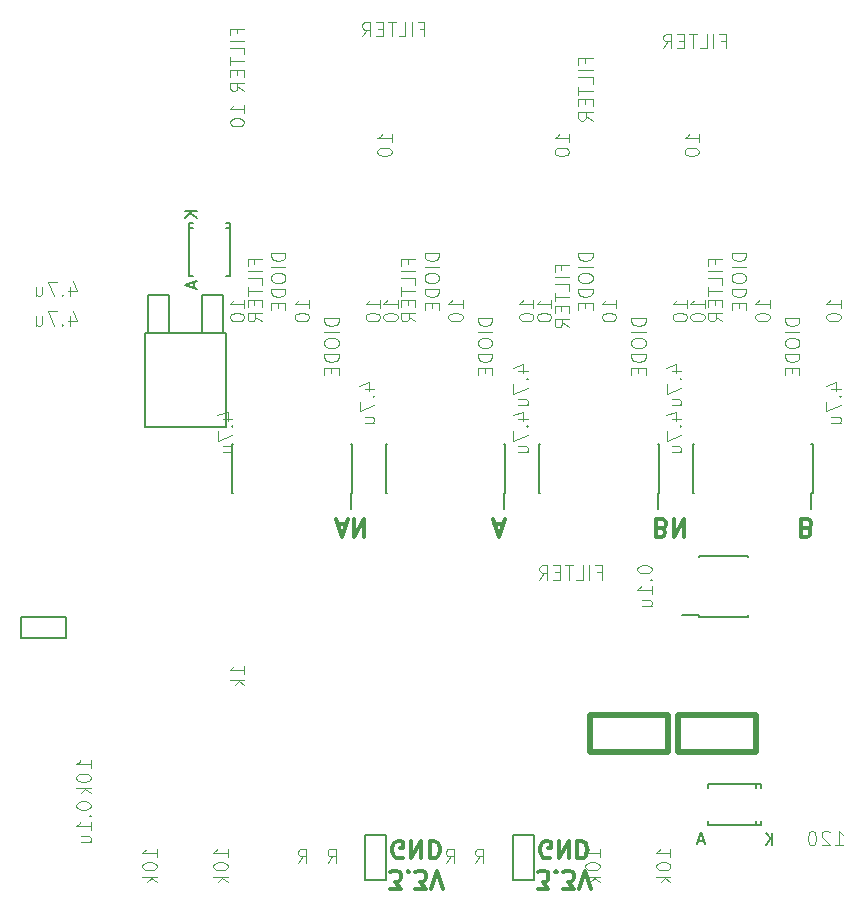
<source format=gbr>
G04 #@! TF.FileFunction,Legend,Bot*
%FSLAX46Y46*%
G04 Gerber Fmt 4.6, Leading zero omitted, Abs format (unit mm)*
G04 Created by KiCad (PCBNEW 4.0.5) date 01/02/17 19:42:22*
%MOMM*%
%LPD*%
G01*
G04 APERTURE LIST*
%ADD10C,0.100000*%
%ADD11C,0.300000*%
%ADD12C,0.150000*%
%ADD13C,0.500000*%
%ADD14C,0.101600*%
G04 APERTURE END LIST*
D10*
D11*
X28357143Y-58750000D02*
X29071429Y-58750000D01*
X28214286Y-58321429D02*
X28714286Y-59821429D01*
X29214286Y-58321429D01*
X29714286Y-58321429D02*
X29714286Y-59821429D01*
X30571429Y-58321429D01*
X30571429Y-59821429D01*
X45285715Y-89596429D02*
X46214286Y-89596429D01*
X45714286Y-89025000D01*
X45928572Y-89025000D01*
X46071429Y-88953571D01*
X46142858Y-88882143D01*
X46214286Y-88739286D01*
X46214286Y-88382143D01*
X46142858Y-88239286D01*
X46071429Y-88167857D01*
X45928572Y-88096429D01*
X45500000Y-88096429D01*
X45357143Y-88167857D01*
X45285715Y-88239286D01*
X46857143Y-88239286D02*
X46928571Y-88167857D01*
X46857143Y-88096429D01*
X46785714Y-88167857D01*
X46857143Y-88239286D01*
X46857143Y-88096429D01*
X47428572Y-89596429D02*
X48357143Y-89596429D01*
X47857143Y-89025000D01*
X48071429Y-89025000D01*
X48214286Y-88953571D01*
X48285715Y-88882143D01*
X48357143Y-88739286D01*
X48357143Y-88382143D01*
X48285715Y-88239286D01*
X48214286Y-88167857D01*
X48071429Y-88096429D01*
X47642857Y-88096429D01*
X47500000Y-88167857D01*
X47428572Y-88239286D01*
X48785714Y-89596429D02*
X49285714Y-88096429D01*
X49785714Y-89596429D01*
X46357143Y-86975000D02*
X46214286Y-87046429D01*
X46000000Y-87046429D01*
X45785715Y-86975000D01*
X45642857Y-86832143D01*
X45571429Y-86689286D01*
X45500000Y-86403571D01*
X45500000Y-86189286D01*
X45571429Y-85903571D01*
X45642857Y-85760714D01*
X45785715Y-85617857D01*
X46000000Y-85546429D01*
X46142857Y-85546429D01*
X46357143Y-85617857D01*
X46428572Y-85689286D01*
X46428572Y-86189286D01*
X46142857Y-86189286D01*
X47071429Y-85546429D02*
X47071429Y-87046429D01*
X47928572Y-85546429D01*
X47928572Y-87046429D01*
X48642858Y-85546429D02*
X48642858Y-87046429D01*
X49000001Y-87046429D01*
X49214286Y-86975000D01*
X49357144Y-86832143D01*
X49428572Y-86689286D01*
X49500001Y-86403571D01*
X49500001Y-86189286D01*
X49428572Y-85903571D01*
X49357144Y-85760714D01*
X49214286Y-85617857D01*
X49000001Y-85546429D01*
X48642858Y-85546429D01*
X32785715Y-89596429D02*
X33714286Y-89596429D01*
X33214286Y-89025000D01*
X33428572Y-89025000D01*
X33571429Y-88953571D01*
X33642858Y-88882143D01*
X33714286Y-88739286D01*
X33714286Y-88382143D01*
X33642858Y-88239286D01*
X33571429Y-88167857D01*
X33428572Y-88096429D01*
X33000000Y-88096429D01*
X32857143Y-88167857D01*
X32785715Y-88239286D01*
X34357143Y-88239286D02*
X34428571Y-88167857D01*
X34357143Y-88096429D01*
X34285714Y-88167857D01*
X34357143Y-88239286D01*
X34357143Y-88096429D01*
X34928572Y-89596429D02*
X35857143Y-89596429D01*
X35357143Y-89025000D01*
X35571429Y-89025000D01*
X35714286Y-88953571D01*
X35785715Y-88882143D01*
X35857143Y-88739286D01*
X35857143Y-88382143D01*
X35785715Y-88239286D01*
X35714286Y-88167857D01*
X35571429Y-88096429D01*
X35142857Y-88096429D01*
X35000000Y-88167857D01*
X34928572Y-88239286D01*
X36285714Y-89596429D02*
X36785714Y-88096429D01*
X37285714Y-89596429D01*
X33857143Y-86975000D02*
X33714286Y-87046429D01*
X33500000Y-87046429D01*
X33285715Y-86975000D01*
X33142857Y-86832143D01*
X33071429Y-86689286D01*
X33000000Y-86403571D01*
X33000000Y-86189286D01*
X33071429Y-85903571D01*
X33142857Y-85760714D01*
X33285715Y-85617857D01*
X33500000Y-85546429D01*
X33642857Y-85546429D01*
X33857143Y-85617857D01*
X33928572Y-85689286D01*
X33928572Y-86189286D01*
X33642857Y-86189286D01*
X34571429Y-85546429D02*
X34571429Y-87046429D01*
X35428572Y-85546429D01*
X35428572Y-87046429D01*
X36142858Y-85546429D02*
X36142858Y-87046429D01*
X36500001Y-87046429D01*
X36714286Y-86975000D01*
X36857144Y-86832143D01*
X36928572Y-86689286D01*
X37000001Y-86403571D01*
X37000001Y-86189286D01*
X36928572Y-85903571D01*
X36857144Y-85760714D01*
X36714286Y-85617857D01*
X36500001Y-85546429D01*
X36142858Y-85546429D01*
X68107143Y-59107143D02*
X68321429Y-59035714D01*
X68392857Y-58964286D01*
X68464286Y-58821429D01*
X68464286Y-58607143D01*
X68392857Y-58464286D01*
X68321429Y-58392857D01*
X68178571Y-58321429D01*
X67607143Y-58321429D01*
X67607143Y-59821429D01*
X68107143Y-59821429D01*
X68250000Y-59750000D01*
X68321429Y-59678571D01*
X68392857Y-59535714D01*
X68392857Y-59392857D01*
X68321429Y-59250000D01*
X68250000Y-59178571D01*
X68107143Y-59107143D01*
X67607143Y-59107143D01*
X55821429Y-59107143D02*
X56035715Y-59035714D01*
X56107143Y-58964286D01*
X56178572Y-58821429D01*
X56178572Y-58607143D01*
X56107143Y-58464286D01*
X56035715Y-58392857D01*
X55892857Y-58321429D01*
X55321429Y-58321429D01*
X55321429Y-59821429D01*
X55821429Y-59821429D01*
X55964286Y-59750000D01*
X56035715Y-59678571D01*
X56107143Y-59535714D01*
X56107143Y-59392857D01*
X56035715Y-59250000D01*
X55964286Y-59178571D01*
X55821429Y-59107143D01*
X55321429Y-59107143D01*
X56821429Y-58321429D02*
X56821429Y-59821429D01*
X57678572Y-58321429D01*
X57678572Y-59821429D01*
X41642857Y-58750000D02*
X42357143Y-58750000D01*
X41500000Y-58321429D02*
X42000000Y-59821429D01*
X42500000Y-58321429D01*
D12*
X58925000Y-66575000D02*
X58925000Y-66430000D01*
X63075000Y-66575000D02*
X63075000Y-66430000D01*
X63075000Y-61425000D02*
X63075000Y-61570000D01*
X58925000Y-61425000D02*
X58925000Y-61570000D01*
X58925000Y-66575000D02*
X63075000Y-66575000D01*
X58925000Y-61425000D02*
X63075000Y-61425000D01*
X58925000Y-66430000D02*
X57525000Y-66430000D01*
X42575000Y-56075000D02*
X42470000Y-56075000D01*
X42575000Y-51925000D02*
X42470000Y-51925000D01*
X32425000Y-51925000D02*
X32530000Y-51925000D01*
X32425000Y-56075000D02*
X32530000Y-56075000D01*
X42575000Y-56075000D02*
X42575000Y-51925000D01*
X32425000Y-56075000D02*
X32425000Y-51925000D01*
X42470000Y-56075000D02*
X42470000Y-57450000D01*
X16897000Y-42524000D02*
X16897000Y-39349000D01*
X16897000Y-39349000D02*
X18675000Y-39349000D01*
X18675000Y-39349000D02*
X18675000Y-42524000D01*
X12325000Y-42524000D02*
X12325000Y-39349000D01*
X12325000Y-39349000D02*
X14103000Y-39349000D01*
X14103000Y-39349000D02*
X14103000Y-42524000D01*
X18929000Y-48620000D02*
X18929000Y-42524000D01*
X18929000Y-42524000D02*
X12071000Y-42524000D01*
X12071000Y-42524000D02*
X12071000Y-50398000D01*
X12071000Y-50525000D02*
X18929000Y-50525000D01*
X18929000Y-50398000D02*
X18929000Y-48620000D01*
X29575000Y-56075000D02*
X29470000Y-56075000D01*
X29575000Y-51925000D02*
X29470000Y-51925000D01*
X19425000Y-51925000D02*
X19530000Y-51925000D01*
X19425000Y-56075000D02*
X19530000Y-56075000D01*
X29575000Y-56075000D02*
X29575000Y-51925000D01*
X19425000Y-56075000D02*
X19425000Y-51925000D01*
X29470000Y-56075000D02*
X29470000Y-57450000D01*
X68575000Y-56075000D02*
X68470000Y-56075000D01*
X68575000Y-51925000D02*
X68470000Y-51925000D01*
X58425000Y-51925000D02*
X58530000Y-51925000D01*
X58425000Y-56075000D02*
X58530000Y-56075000D01*
X68575000Y-56075000D02*
X68575000Y-51925000D01*
X58425000Y-56075000D02*
X58425000Y-51925000D01*
X68470000Y-56075000D02*
X68470000Y-57450000D01*
X55575000Y-56075000D02*
X55470000Y-56075000D01*
X55575000Y-51925000D02*
X55470000Y-51925000D01*
X45425000Y-51925000D02*
X45530000Y-51925000D01*
X45425000Y-56075000D02*
X45530000Y-56075000D01*
X55575000Y-56075000D02*
X55575000Y-51925000D01*
X45425000Y-56075000D02*
X45425000Y-51925000D01*
X55470000Y-56075000D02*
X55470000Y-57450000D01*
X63799140Y-84250060D02*
X63799140Y-83899540D01*
X63799140Y-80749940D02*
X63799140Y-81100460D01*
X59749560Y-84250060D02*
X59749560Y-83899540D01*
X64250440Y-84250060D02*
X64250440Y-83899540D01*
X64250440Y-80749940D02*
X64250440Y-81100460D01*
X59749560Y-80749940D02*
X59749560Y-81100460D01*
X64250440Y-84250060D02*
X59749560Y-84250060D01*
X64250440Y-80749940D02*
X59749560Y-80749940D01*
X1595000Y-66611000D02*
X5405000Y-66611000D01*
X5405000Y-66611000D02*
X5405000Y-68389000D01*
X5405000Y-68389000D02*
X1595000Y-68389000D01*
X1595000Y-66611000D02*
X1595000Y-68389000D01*
X19250060Y-33700860D02*
X18899540Y-33700860D01*
X15749940Y-33700860D02*
X16100460Y-33700860D01*
X19250060Y-37750440D02*
X18899540Y-37750440D01*
X19250060Y-33249560D02*
X18899540Y-33249560D01*
X15749940Y-33249560D02*
X16100460Y-33249560D01*
X15749940Y-37750440D02*
X16100460Y-37750440D01*
X19250060Y-33249560D02*
X19250060Y-37750440D01*
X15749940Y-33249560D02*
X15749940Y-37750440D01*
D13*
X63800000Y-78000000D02*
X63800000Y-74900000D01*
X57200000Y-78000000D02*
X57200000Y-74900000D01*
X57200000Y-74900000D02*
X63800000Y-74900000D01*
X57200000Y-78000000D02*
X63800000Y-78000000D01*
X56300000Y-78000000D02*
X56300000Y-74900000D01*
X49700000Y-78000000D02*
X49700000Y-74900000D01*
X49700000Y-74900000D02*
X56300000Y-74900000D01*
X49700000Y-78000000D02*
X56300000Y-78000000D01*
D12*
X32489000Y-85095000D02*
X32489000Y-88905000D01*
X32489000Y-88905000D02*
X30711000Y-88905000D01*
X30711000Y-88905000D02*
X30711000Y-85095000D01*
X32489000Y-85095000D02*
X30711000Y-85095000D01*
X44989000Y-85095000D02*
X44989000Y-88905000D01*
X44989000Y-88905000D02*
X43211000Y-88905000D01*
X43211000Y-88905000D02*
X43211000Y-85095000D01*
X44989000Y-85095000D02*
X43211000Y-85095000D01*
D14*
X43638214Y-45804333D02*
X44442548Y-45804333D01*
X43178595Y-45517071D02*
X44040381Y-45229810D01*
X44040381Y-45976690D01*
X44327643Y-46436310D02*
X44385095Y-46493762D01*
X44442548Y-46436310D01*
X44385095Y-46378858D01*
X44327643Y-46436310D01*
X44442548Y-46436310D01*
X43236048Y-46895929D02*
X43236048Y-47700262D01*
X44442548Y-47183191D01*
X43638214Y-48676953D02*
X44442548Y-48676953D01*
X43638214Y-48159882D02*
X44270190Y-48159882D01*
X44385095Y-48217334D01*
X44442548Y-48332239D01*
X44442548Y-48504596D01*
X44385095Y-48619501D01*
X44327643Y-48676953D01*
X30638214Y-47304333D02*
X31442548Y-47304333D01*
X30178595Y-47017071D02*
X31040381Y-46729810D01*
X31040381Y-47476690D01*
X31327643Y-47936310D02*
X31385095Y-47993762D01*
X31442548Y-47936310D01*
X31385095Y-47878858D01*
X31327643Y-47936310D01*
X31442548Y-47936310D01*
X30236048Y-48395929D02*
X30236048Y-49200262D01*
X31442548Y-48683191D01*
X30638214Y-50176953D02*
X31442548Y-50176953D01*
X30638214Y-49659882D02*
X31270190Y-49659882D01*
X31385095Y-49717334D01*
X31442548Y-49832239D01*
X31442548Y-50004596D01*
X31385095Y-50119501D01*
X31327643Y-50176953D01*
X30638214Y-47304333D02*
X31442548Y-47304333D01*
X30178595Y-47017071D02*
X31040381Y-46729810D01*
X31040381Y-47476690D01*
X31327643Y-47936310D02*
X31385095Y-47993762D01*
X31442548Y-47936310D01*
X31385095Y-47878858D01*
X31327643Y-47936310D01*
X31442548Y-47936310D01*
X30236048Y-48395929D02*
X30236048Y-49200262D01*
X31442548Y-48683191D01*
X30638214Y-50176953D02*
X31442548Y-50176953D01*
X30638214Y-49659882D02*
X31270190Y-49659882D01*
X31385095Y-49717334D01*
X31442548Y-49832239D01*
X31442548Y-50004596D01*
X31385095Y-50119501D01*
X31327643Y-50176953D01*
X18638214Y-49804333D02*
X19442548Y-49804333D01*
X18178595Y-49517071D02*
X19040381Y-49229810D01*
X19040381Y-49976690D01*
X19327643Y-50436310D02*
X19385095Y-50493762D01*
X19442548Y-50436310D01*
X19385095Y-50378858D01*
X19327643Y-50436310D01*
X19442548Y-50436310D01*
X18236048Y-50895929D02*
X18236048Y-51700262D01*
X19442548Y-51183191D01*
X18638214Y-52676953D02*
X19442548Y-52676953D01*
X18638214Y-52159882D02*
X19270190Y-52159882D01*
X19385095Y-52217334D01*
X19442548Y-52332239D01*
X19442548Y-52504596D01*
X19385095Y-52619501D01*
X19327643Y-52676953D01*
X70138214Y-47304333D02*
X70942548Y-47304333D01*
X69678595Y-47017071D02*
X70540381Y-46729810D01*
X70540381Y-47476690D01*
X70827643Y-47936310D02*
X70885095Y-47993762D01*
X70942548Y-47936310D01*
X70885095Y-47878858D01*
X70827643Y-47936310D01*
X70942548Y-47936310D01*
X69736048Y-48395929D02*
X69736048Y-49200262D01*
X70942548Y-48683191D01*
X70138214Y-50176953D02*
X70942548Y-50176953D01*
X70138214Y-49659882D02*
X70770190Y-49659882D01*
X70885095Y-49717334D01*
X70942548Y-49832239D01*
X70942548Y-50004596D01*
X70885095Y-50119501D01*
X70827643Y-50176953D01*
X56638214Y-49804333D02*
X57442548Y-49804333D01*
X56178595Y-49517071D02*
X57040381Y-49229810D01*
X57040381Y-49976690D01*
X57327643Y-50436310D02*
X57385095Y-50493762D01*
X57442548Y-50436310D01*
X57385095Y-50378858D01*
X57327643Y-50436310D01*
X57442548Y-50436310D01*
X56236048Y-50895929D02*
X56236048Y-51700262D01*
X57442548Y-51183191D01*
X56638214Y-52676953D02*
X57442548Y-52676953D01*
X56638214Y-52159882D02*
X57270190Y-52159882D01*
X57385095Y-52217334D01*
X57442548Y-52332239D01*
X57442548Y-52504596D01*
X57385095Y-52619501D01*
X57327643Y-52676953D01*
X56638214Y-45804333D02*
X57442548Y-45804333D01*
X56178595Y-45517071D02*
X57040381Y-45229810D01*
X57040381Y-45976690D01*
X57327643Y-46436310D02*
X57385095Y-46493762D01*
X57442548Y-46436310D01*
X57385095Y-46378858D01*
X57327643Y-46436310D01*
X57442548Y-46436310D01*
X56236048Y-46895929D02*
X56236048Y-47700262D01*
X57442548Y-47183191D01*
X56638214Y-48676953D02*
X57442548Y-48676953D01*
X56638214Y-48159882D02*
X57270190Y-48159882D01*
X57385095Y-48217334D01*
X57442548Y-48332239D01*
X57442548Y-48504596D01*
X57385095Y-48619501D01*
X57327643Y-48676953D01*
X43638214Y-49804333D02*
X44442548Y-49804333D01*
X43178595Y-49517071D02*
X44040381Y-49229810D01*
X44040381Y-49976690D01*
X44327643Y-50436310D02*
X44385095Y-50493762D01*
X44442548Y-50436310D01*
X44385095Y-50378858D01*
X44327643Y-50436310D01*
X44442548Y-50436310D01*
X43236048Y-50895929D02*
X43236048Y-51700262D01*
X44442548Y-51183191D01*
X43638214Y-52676953D02*
X44442548Y-52676953D01*
X43638214Y-52159882D02*
X44270190Y-52159882D01*
X44385095Y-52217334D01*
X44442548Y-52332239D01*
X44442548Y-52504596D01*
X44385095Y-52619501D01*
X44327643Y-52676953D01*
X41442548Y-41287262D02*
X40236048Y-41287262D01*
X40236048Y-41574524D01*
X40293500Y-41746881D01*
X40408405Y-41861786D01*
X40523310Y-41919238D01*
X40753119Y-41976690D01*
X40925476Y-41976690D01*
X41155286Y-41919238D01*
X41270190Y-41861786D01*
X41385095Y-41746881D01*
X41442548Y-41574524D01*
X41442548Y-41287262D01*
X41442548Y-42493762D02*
X40236048Y-42493762D01*
X40236048Y-43298095D02*
X40236048Y-43527905D01*
X40293500Y-43642810D01*
X40408405Y-43757714D01*
X40638214Y-43815167D01*
X41040381Y-43815167D01*
X41270190Y-43757714D01*
X41385095Y-43642810D01*
X41442548Y-43527905D01*
X41442548Y-43298095D01*
X41385095Y-43183191D01*
X41270190Y-43068286D01*
X41040381Y-43010834D01*
X40638214Y-43010834D01*
X40408405Y-43068286D01*
X40293500Y-43183191D01*
X40236048Y-43298095D01*
X41442548Y-44332238D02*
X40236048Y-44332238D01*
X40236048Y-44619500D01*
X40293500Y-44791857D01*
X40408405Y-44906762D01*
X40523310Y-44964214D01*
X40753119Y-45021666D01*
X40925476Y-45021666D01*
X41155286Y-44964214D01*
X41270190Y-44906762D01*
X41385095Y-44791857D01*
X41442548Y-44619500D01*
X41442548Y-44332238D01*
X40810571Y-45538738D02*
X40810571Y-45940905D01*
X41442548Y-46113262D02*
X41442548Y-45538738D01*
X40236048Y-45538738D01*
X40236048Y-46113262D01*
X28442548Y-41287262D02*
X27236048Y-41287262D01*
X27236048Y-41574524D01*
X27293500Y-41746881D01*
X27408405Y-41861786D01*
X27523310Y-41919238D01*
X27753119Y-41976690D01*
X27925476Y-41976690D01*
X28155286Y-41919238D01*
X28270190Y-41861786D01*
X28385095Y-41746881D01*
X28442548Y-41574524D01*
X28442548Y-41287262D01*
X28442548Y-42493762D02*
X27236048Y-42493762D01*
X27236048Y-43298095D02*
X27236048Y-43527905D01*
X27293500Y-43642810D01*
X27408405Y-43757714D01*
X27638214Y-43815167D01*
X28040381Y-43815167D01*
X28270190Y-43757714D01*
X28385095Y-43642810D01*
X28442548Y-43527905D01*
X28442548Y-43298095D01*
X28385095Y-43183191D01*
X28270190Y-43068286D01*
X28040381Y-43010834D01*
X27638214Y-43010834D01*
X27408405Y-43068286D01*
X27293500Y-43183191D01*
X27236048Y-43298095D01*
X28442548Y-44332238D02*
X27236048Y-44332238D01*
X27236048Y-44619500D01*
X27293500Y-44791857D01*
X27408405Y-44906762D01*
X27523310Y-44964214D01*
X27753119Y-45021666D01*
X27925476Y-45021666D01*
X28155286Y-44964214D01*
X28270190Y-44906762D01*
X28385095Y-44791857D01*
X28442548Y-44619500D01*
X28442548Y-44332238D01*
X27810571Y-45538738D02*
X27810571Y-45940905D01*
X28442548Y-46113262D02*
X28442548Y-45538738D01*
X27236048Y-45538738D01*
X27236048Y-46113262D01*
X67442548Y-41287262D02*
X66236048Y-41287262D01*
X66236048Y-41574524D01*
X66293500Y-41746881D01*
X66408405Y-41861786D01*
X66523310Y-41919238D01*
X66753119Y-41976690D01*
X66925476Y-41976690D01*
X67155286Y-41919238D01*
X67270190Y-41861786D01*
X67385095Y-41746881D01*
X67442548Y-41574524D01*
X67442548Y-41287262D01*
X67442548Y-42493762D02*
X66236048Y-42493762D01*
X66236048Y-43298095D02*
X66236048Y-43527905D01*
X66293500Y-43642810D01*
X66408405Y-43757714D01*
X66638214Y-43815167D01*
X67040381Y-43815167D01*
X67270190Y-43757714D01*
X67385095Y-43642810D01*
X67442548Y-43527905D01*
X67442548Y-43298095D01*
X67385095Y-43183191D01*
X67270190Y-43068286D01*
X67040381Y-43010834D01*
X66638214Y-43010834D01*
X66408405Y-43068286D01*
X66293500Y-43183191D01*
X66236048Y-43298095D01*
X67442548Y-44332238D02*
X66236048Y-44332238D01*
X66236048Y-44619500D01*
X66293500Y-44791857D01*
X66408405Y-44906762D01*
X66523310Y-44964214D01*
X66753119Y-45021666D01*
X66925476Y-45021666D01*
X67155286Y-44964214D01*
X67270190Y-44906762D01*
X67385095Y-44791857D01*
X67442548Y-44619500D01*
X67442548Y-44332238D01*
X66810571Y-45538738D02*
X66810571Y-45940905D01*
X67442548Y-46113262D02*
X67442548Y-45538738D01*
X66236048Y-45538738D01*
X66236048Y-46113262D01*
X54442548Y-41287262D02*
X53236048Y-41287262D01*
X53236048Y-41574524D01*
X53293500Y-41746881D01*
X53408405Y-41861786D01*
X53523310Y-41919238D01*
X53753119Y-41976690D01*
X53925476Y-41976690D01*
X54155286Y-41919238D01*
X54270190Y-41861786D01*
X54385095Y-41746881D01*
X54442548Y-41574524D01*
X54442548Y-41287262D01*
X54442548Y-42493762D02*
X53236048Y-42493762D01*
X53236048Y-43298095D02*
X53236048Y-43527905D01*
X53293500Y-43642810D01*
X53408405Y-43757714D01*
X53638214Y-43815167D01*
X54040381Y-43815167D01*
X54270190Y-43757714D01*
X54385095Y-43642810D01*
X54442548Y-43527905D01*
X54442548Y-43298095D01*
X54385095Y-43183191D01*
X54270190Y-43068286D01*
X54040381Y-43010834D01*
X53638214Y-43010834D01*
X53408405Y-43068286D01*
X53293500Y-43183191D01*
X53236048Y-43298095D01*
X54442548Y-44332238D02*
X53236048Y-44332238D01*
X53236048Y-44619500D01*
X53293500Y-44791857D01*
X53408405Y-44906762D01*
X53523310Y-44964214D01*
X53753119Y-45021666D01*
X53925476Y-45021666D01*
X54155286Y-44964214D01*
X54270190Y-44906762D01*
X54385095Y-44791857D01*
X54442548Y-44619500D01*
X54442548Y-44332238D01*
X53810571Y-45538738D02*
X53810571Y-45940905D01*
X54442548Y-46113262D02*
X54442548Y-45538738D01*
X53236048Y-45538738D01*
X53236048Y-46113262D01*
X6236048Y-82517071D02*
X6236048Y-82631976D01*
X6293500Y-82746881D01*
X6350952Y-82804333D01*
X6465857Y-82861786D01*
X6695667Y-82919238D01*
X6982929Y-82919238D01*
X7212738Y-82861786D01*
X7327643Y-82804333D01*
X7385095Y-82746881D01*
X7442548Y-82631976D01*
X7442548Y-82517071D01*
X7385095Y-82402167D01*
X7327643Y-82344714D01*
X7212738Y-82287262D01*
X6982929Y-82229810D01*
X6695667Y-82229810D01*
X6465857Y-82287262D01*
X6350952Y-82344714D01*
X6293500Y-82402167D01*
X6236048Y-82517071D01*
X7327643Y-83436310D02*
X7385095Y-83493762D01*
X7442548Y-83436310D01*
X7385095Y-83378858D01*
X7327643Y-83436310D01*
X7442548Y-83436310D01*
X7442548Y-84642810D02*
X7442548Y-83953382D01*
X7442548Y-84298096D02*
X6236048Y-84298096D01*
X6408405Y-84183191D01*
X6523310Y-84068286D01*
X6580762Y-83953382D01*
X6638214Y-85676953D02*
X7442548Y-85676953D01*
X6638214Y-85159882D02*
X7270190Y-85159882D01*
X7385095Y-85217334D01*
X7442548Y-85332239D01*
X7442548Y-85504596D01*
X7385095Y-85619501D01*
X7327643Y-85676953D01*
X7442548Y-79419238D02*
X7442548Y-78729810D01*
X7442548Y-79074524D02*
X6236048Y-79074524D01*
X6408405Y-78959619D01*
X6523310Y-78844714D01*
X6580762Y-78729810D01*
X6236048Y-80166119D02*
X6236048Y-80281024D01*
X6293500Y-80395929D01*
X6350952Y-80453381D01*
X6465857Y-80510834D01*
X6695667Y-80568286D01*
X6982929Y-80568286D01*
X7212738Y-80510834D01*
X7327643Y-80453381D01*
X7385095Y-80395929D01*
X7442548Y-80281024D01*
X7442548Y-80166119D01*
X7385095Y-80051215D01*
X7327643Y-79993762D01*
X7212738Y-79936310D01*
X6982929Y-79878858D01*
X6695667Y-79878858D01*
X6465857Y-79936310D01*
X6350952Y-79993762D01*
X6293500Y-80051215D01*
X6236048Y-80166119D01*
X7442548Y-81085358D02*
X6236048Y-81085358D01*
X6982929Y-81200263D02*
X7442548Y-81544977D01*
X6638214Y-81544977D02*
X7097833Y-81085358D01*
X20442548Y-71419238D02*
X20442548Y-70729810D01*
X20442548Y-71074524D02*
X19236048Y-71074524D01*
X19408405Y-70959619D01*
X19523310Y-70844714D01*
X19580762Y-70729810D01*
X20442548Y-71936310D02*
X19236048Y-71936310D01*
X19982929Y-72051215D02*
X20442548Y-72395929D01*
X19638214Y-72395929D02*
X20097833Y-71936310D01*
X32942548Y-26419238D02*
X32942548Y-25729810D01*
X32942548Y-26074524D02*
X31736048Y-26074524D01*
X31908405Y-25959619D01*
X32023310Y-25844714D01*
X32080762Y-25729810D01*
X31736048Y-27166119D02*
X31736048Y-27281024D01*
X31793500Y-27395929D01*
X31850952Y-27453381D01*
X31965857Y-27510834D01*
X32195667Y-27568286D01*
X32482929Y-27568286D01*
X32712738Y-27510834D01*
X32827643Y-27453381D01*
X32885095Y-27395929D01*
X32942548Y-27281024D01*
X32942548Y-27166119D01*
X32885095Y-27051215D01*
X32827643Y-26993762D01*
X32712738Y-26936310D01*
X32482929Y-26878858D01*
X32195667Y-26878858D01*
X31965857Y-26936310D01*
X31850952Y-26993762D01*
X31793500Y-27051215D01*
X31736048Y-27166119D01*
X33442548Y-40419238D02*
X33442548Y-39729810D01*
X33442548Y-40074524D02*
X32236048Y-40074524D01*
X32408405Y-39959619D01*
X32523310Y-39844714D01*
X32580762Y-39729810D01*
X32236048Y-41166119D02*
X32236048Y-41281024D01*
X32293500Y-41395929D01*
X32350952Y-41453381D01*
X32465857Y-41510834D01*
X32695667Y-41568286D01*
X32982929Y-41568286D01*
X33212738Y-41510834D01*
X33327643Y-41453381D01*
X33385095Y-41395929D01*
X33442548Y-41281024D01*
X33442548Y-41166119D01*
X33385095Y-41051215D01*
X33327643Y-40993762D01*
X33212738Y-40936310D01*
X32982929Y-40878858D01*
X32695667Y-40878858D01*
X32465857Y-40936310D01*
X32350952Y-40993762D01*
X32293500Y-41051215D01*
X32236048Y-41166119D01*
X20442548Y-23919238D02*
X20442548Y-23229810D01*
X20442548Y-23574524D02*
X19236048Y-23574524D01*
X19408405Y-23459619D01*
X19523310Y-23344714D01*
X19580762Y-23229810D01*
X19236048Y-24666119D02*
X19236048Y-24781024D01*
X19293500Y-24895929D01*
X19350952Y-24953381D01*
X19465857Y-25010834D01*
X19695667Y-25068286D01*
X19982929Y-25068286D01*
X20212738Y-25010834D01*
X20327643Y-24953381D01*
X20385095Y-24895929D01*
X20442548Y-24781024D01*
X20442548Y-24666119D01*
X20385095Y-24551215D01*
X20327643Y-24493762D01*
X20212738Y-24436310D01*
X19982929Y-24378858D01*
X19695667Y-24378858D01*
X19465857Y-24436310D01*
X19350952Y-24493762D01*
X19293500Y-24551215D01*
X19236048Y-24666119D01*
X20442548Y-40419238D02*
X20442548Y-39729810D01*
X20442548Y-40074524D02*
X19236048Y-40074524D01*
X19408405Y-39959619D01*
X19523310Y-39844714D01*
X19580762Y-39729810D01*
X19236048Y-41166119D02*
X19236048Y-41281024D01*
X19293500Y-41395929D01*
X19350952Y-41453381D01*
X19465857Y-41510834D01*
X19695667Y-41568286D01*
X19982929Y-41568286D01*
X20212738Y-41510834D01*
X20327643Y-41453381D01*
X20385095Y-41395929D01*
X20442548Y-41281024D01*
X20442548Y-41166119D01*
X20385095Y-41051215D01*
X20327643Y-40993762D01*
X20212738Y-40936310D01*
X19982929Y-40878858D01*
X19695667Y-40878858D01*
X19465857Y-40936310D01*
X19350952Y-40993762D01*
X19293500Y-41051215D01*
X19236048Y-41166119D01*
X58942548Y-26419238D02*
X58942548Y-25729810D01*
X58942548Y-26074524D02*
X57736048Y-26074524D01*
X57908405Y-25959619D01*
X58023310Y-25844714D01*
X58080762Y-25729810D01*
X57736048Y-27166119D02*
X57736048Y-27281024D01*
X57793500Y-27395929D01*
X57850952Y-27453381D01*
X57965857Y-27510834D01*
X58195667Y-27568286D01*
X58482929Y-27568286D01*
X58712738Y-27510834D01*
X58827643Y-27453381D01*
X58885095Y-27395929D01*
X58942548Y-27281024D01*
X58942548Y-27166119D01*
X58885095Y-27051215D01*
X58827643Y-26993762D01*
X58712738Y-26936310D01*
X58482929Y-26878858D01*
X58195667Y-26878858D01*
X57965857Y-26936310D01*
X57850952Y-26993762D01*
X57793500Y-27051215D01*
X57736048Y-27166119D01*
X59442548Y-40419238D02*
X59442548Y-39729810D01*
X59442548Y-40074524D02*
X58236048Y-40074524D01*
X58408405Y-39959619D01*
X58523310Y-39844714D01*
X58580762Y-39729810D01*
X58236048Y-41166119D02*
X58236048Y-41281024D01*
X58293500Y-41395929D01*
X58350952Y-41453381D01*
X58465857Y-41510834D01*
X58695667Y-41568286D01*
X58982929Y-41568286D01*
X59212738Y-41510834D01*
X59327643Y-41453381D01*
X59385095Y-41395929D01*
X59442548Y-41281024D01*
X59442548Y-41166119D01*
X59385095Y-41051215D01*
X59327643Y-40993762D01*
X59212738Y-40936310D01*
X58982929Y-40878858D01*
X58695667Y-40878858D01*
X58465857Y-40936310D01*
X58350952Y-40993762D01*
X58293500Y-41051215D01*
X58236048Y-41166119D01*
X47942548Y-26419238D02*
X47942548Y-25729810D01*
X47942548Y-26074524D02*
X46736048Y-26074524D01*
X46908405Y-25959619D01*
X47023310Y-25844714D01*
X47080762Y-25729810D01*
X46736048Y-27166119D02*
X46736048Y-27281024D01*
X46793500Y-27395929D01*
X46850952Y-27453381D01*
X46965857Y-27510834D01*
X47195667Y-27568286D01*
X47482929Y-27568286D01*
X47712738Y-27510834D01*
X47827643Y-27453381D01*
X47885095Y-27395929D01*
X47942548Y-27281024D01*
X47942548Y-27166119D01*
X47885095Y-27051215D01*
X47827643Y-26993762D01*
X47712738Y-26936310D01*
X47482929Y-26878858D01*
X47195667Y-26878858D01*
X46965857Y-26936310D01*
X46850952Y-26993762D01*
X46793500Y-27051215D01*
X46736048Y-27166119D01*
X44942548Y-40419238D02*
X44942548Y-39729810D01*
X44942548Y-40074524D02*
X43736048Y-40074524D01*
X43908405Y-39959619D01*
X44023310Y-39844714D01*
X44080762Y-39729810D01*
X43736048Y-41166119D02*
X43736048Y-41281024D01*
X43793500Y-41395929D01*
X43850952Y-41453381D01*
X43965857Y-41510834D01*
X44195667Y-41568286D01*
X44482929Y-41568286D01*
X44712738Y-41510834D01*
X44827643Y-41453381D01*
X44885095Y-41395929D01*
X44942548Y-41281024D01*
X44942548Y-41166119D01*
X44885095Y-41051215D01*
X44827643Y-40993762D01*
X44712738Y-40936310D01*
X44482929Y-40878858D01*
X44195667Y-40878858D01*
X43965857Y-40936310D01*
X43850952Y-40993762D01*
X43793500Y-41051215D01*
X43736048Y-41166119D01*
X70480762Y-85942548D02*
X71170190Y-85942548D01*
X70825476Y-85942548D02*
X70825476Y-84736048D01*
X70940381Y-84908405D01*
X71055286Y-85023310D01*
X71170190Y-85080762D01*
X70021142Y-84850952D02*
X69963690Y-84793500D01*
X69848785Y-84736048D01*
X69561523Y-84736048D01*
X69446619Y-84793500D01*
X69389166Y-84850952D01*
X69331714Y-84965857D01*
X69331714Y-85080762D01*
X69389166Y-85253119D01*
X70078595Y-85942548D01*
X69331714Y-85942548D01*
X68584833Y-84736048D02*
X68469928Y-84736048D01*
X68355023Y-84793500D01*
X68297571Y-84850952D01*
X68240118Y-84965857D01*
X68182666Y-85195667D01*
X68182666Y-85482929D01*
X68240118Y-85712738D01*
X68297571Y-85827643D01*
X68355023Y-85885095D01*
X68469928Y-85942548D01*
X68584833Y-85942548D01*
X68699737Y-85885095D01*
X68757190Y-85827643D01*
X68814642Y-85712738D01*
X68872094Y-85482929D01*
X68872094Y-85195667D01*
X68814642Y-84965857D01*
X68757190Y-84850952D01*
X68699737Y-84793500D01*
X68584833Y-84736048D01*
X35310571Y-16810571D02*
X35712738Y-16810571D01*
X35712738Y-17442548D02*
X35712738Y-16236048D01*
X35138214Y-16236048D01*
X34678595Y-17442548D02*
X34678595Y-16236048D01*
X33529547Y-17442548D02*
X34104071Y-17442548D01*
X34104071Y-16236048D01*
X33299738Y-16236048D02*
X32610310Y-16236048D01*
X32955024Y-17442548D02*
X32955024Y-16236048D01*
X32208143Y-16810571D02*
X31805976Y-16810571D01*
X31633619Y-17442548D02*
X32208143Y-17442548D01*
X32208143Y-16236048D01*
X31633619Y-16236048D01*
X30427120Y-17442548D02*
X30829286Y-16868024D01*
X31116548Y-17442548D02*
X31116548Y-16236048D01*
X30656929Y-16236048D01*
X30542024Y-16293500D01*
X30484572Y-16350952D01*
X30427120Y-16465857D01*
X30427120Y-16638214D01*
X30484572Y-16753119D01*
X30542024Y-16810571D01*
X30656929Y-16868024D01*
X31116548Y-16868024D01*
X34310571Y-36689429D02*
X34310571Y-36287262D01*
X34942548Y-36287262D02*
X33736048Y-36287262D01*
X33736048Y-36861786D01*
X34942548Y-37321405D02*
X33736048Y-37321405D01*
X34942548Y-38470453D02*
X34942548Y-37895929D01*
X33736048Y-37895929D01*
X33736048Y-38700262D02*
X33736048Y-39389690D01*
X34942548Y-39044976D02*
X33736048Y-39044976D01*
X34310571Y-39791857D02*
X34310571Y-40194024D01*
X34942548Y-40366381D02*
X34942548Y-39791857D01*
X33736048Y-39791857D01*
X33736048Y-40366381D01*
X34942548Y-41572880D02*
X34368024Y-41170714D01*
X34942548Y-40883452D02*
X33736048Y-40883452D01*
X33736048Y-41343071D01*
X33793500Y-41457976D01*
X33850952Y-41515428D01*
X33965857Y-41572880D01*
X34138214Y-41572880D01*
X34253119Y-41515428D01*
X34310571Y-41457976D01*
X34368024Y-41343071D01*
X34368024Y-40883452D01*
X19810571Y-17189429D02*
X19810571Y-16787262D01*
X20442548Y-16787262D02*
X19236048Y-16787262D01*
X19236048Y-17361786D01*
X20442548Y-17821405D02*
X19236048Y-17821405D01*
X20442548Y-18970453D02*
X20442548Y-18395929D01*
X19236048Y-18395929D01*
X19236048Y-19200262D02*
X19236048Y-19889690D01*
X20442548Y-19544976D02*
X19236048Y-19544976D01*
X19810571Y-20291857D02*
X19810571Y-20694024D01*
X20442548Y-20866381D02*
X20442548Y-20291857D01*
X19236048Y-20291857D01*
X19236048Y-20866381D01*
X20442548Y-22072880D02*
X19868024Y-21670714D01*
X20442548Y-21383452D02*
X19236048Y-21383452D01*
X19236048Y-21843071D01*
X19293500Y-21957976D01*
X19350952Y-22015428D01*
X19465857Y-22072880D01*
X19638214Y-22072880D01*
X19753119Y-22015428D01*
X19810571Y-21957976D01*
X19868024Y-21843071D01*
X19868024Y-21383452D01*
X21310571Y-36689429D02*
X21310571Y-36287262D01*
X21942548Y-36287262D02*
X20736048Y-36287262D01*
X20736048Y-36861786D01*
X21942548Y-37321405D02*
X20736048Y-37321405D01*
X21942548Y-38470453D02*
X21942548Y-37895929D01*
X20736048Y-37895929D01*
X20736048Y-38700262D02*
X20736048Y-39389690D01*
X21942548Y-39044976D02*
X20736048Y-39044976D01*
X21310571Y-39791857D02*
X21310571Y-40194024D01*
X21942548Y-40366381D02*
X21942548Y-39791857D01*
X20736048Y-39791857D01*
X20736048Y-40366381D01*
X21942548Y-41572880D02*
X21368024Y-41170714D01*
X21942548Y-40883452D02*
X20736048Y-40883452D01*
X20736048Y-41343071D01*
X20793500Y-41457976D01*
X20850952Y-41515428D01*
X20965857Y-41572880D01*
X21138214Y-41572880D01*
X21253119Y-41515428D01*
X21310571Y-41457976D01*
X21368024Y-41343071D01*
X21368024Y-40883452D01*
X60810571Y-17810571D02*
X61212738Y-17810571D01*
X61212738Y-18442548D02*
X61212738Y-17236048D01*
X60638214Y-17236048D01*
X60178595Y-18442548D02*
X60178595Y-17236048D01*
X59029547Y-18442548D02*
X59604071Y-18442548D01*
X59604071Y-17236048D01*
X58799738Y-17236048D02*
X58110310Y-17236048D01*
X58455024Y-18442548D02*
X58455024Y-17236048D01*
X57708143Y-17810571D02*
X57305976Y-17810571D01*
X57133619Y-18442548D02*
X57708143Y-18442548D01*
X57708143Y-17236048D01*
X57133619Y-17236048D01*
X55927120Y-18442548D02*
X56329286Y-17868024D01*
X56616548Y-18442548D02*
X56616548Y-17236048D01*
X56156929Y-17236048D01*
X56042024Y-17293500D01*
X55984572Y-17350952D01*
X55927120Y-17465857D01*
X55927120Y-17638214D01*
X55984572Y-17753119D01*
X56042024Y-17810571D01*
X56156929Y-17868024D01*
X56616548Y-17868024D01*
X60310571Y-36689429D02*
X60310571Y-36287262D01*
X60942548Y-36287262D02*
X59736048Y-36287262D01*
X59736048Y-36861786D01*
X60942548Y-37321405D02*
X59736048Y-37321405D01*
X60942548Y-38470453D02*
X60942548Y-37895929D01*
X59736048Y-37895929D01*
X59736048Y-38700262D02*
X59736048Y-39389690D01*
X60942548Y-39044976D02*
X59736048Y-39044976D01*
X60310571Y-39791857D02*
X60310571Y-40194024D01*
X60942548Y-40366381D02*
X60942548Y-39791857D01*
X59736048Y-39791857D01*
X59736048Y-40366381D01*
X60942548Y-41572880D02*
X60368024Y-41170714D01*
X60942548Y-40883452D02*
X59736048Y-40883452D01*
X59736048Y-41343071D01*
X59793500Y-41457976D01*
X59850952Y-41515428D01*
X59965857Y-41572880D01*
X60138214Y-41572880D01*
X60253119Y-41515428D01*
X60310571Y-41457976D01*
X60368024Y-41343071D01*
X60368024Y-40883452D01*
X49310571Y-19689429D02*
X49310571Y-19287262D01*
X49942548Y-19287262D02*
X48736048Y-19287262D01*
X48736048Y-19861786D01*
X49942548Y-20321405D02*
X48736048Y-20321405D01*
X49942548Y-21470453D02*
X49942548Y-20895929D01*
X48736048Y-20895929D01*
X48736048Y-21700262D02*
X48736048Y-22389690D01*
X49942548Y-22044976D02*
X48736048Y-22044976D01*
X49310571Y-22791857D02*
X49310571Y-23194024D01*
X49942548Y-23366381D02*
X49942548Y-22791857D01*
X48736048Y-22791857D01*
X48736048Y-23366381D01*
X49942548Y-24572880D02*
X49368024Y-24170714D01*
X49942548Y-23883452D02*
X48736048Y-23883452D01*
X48736048Y-24343071D01*
X48793500Y-24457976D01*
X48850952Y-24515428D01*
X48965857Y-24572880D01*
X49138214Y-24572880D01*
X49253119Y-24515428D01*
X49310571Y-24457976D01*
X49368024Y-24343071D01*
X49368024Y-23883452D01*
X47310571Y-37189429D02*
X47310571Y-36787262D01*
X47942548Y-36787262D02*
X46736048Y-36787262D01*
X46736048Y-37361786D01*
X47942548Y-37821405D02*
X46736048Y-37821405D01*
X47942548Y-38970453D02*
X47942548Y-38395929D01*
X46736048Y-38395929D01*
X46736048Y-39200262D02*
X46736048Y-39889690D01*
X47942548Y-39544976D02*
X46736048Y-39544976D01*
X47310571Y-40291857D02*
X47310571Y-40694024D01*
X47942548Y-40866381D02*
X47942548Y-40291857D01*
X46736048Y-40291857D01*
X46736048Y-40866381D01*
X47942548Y-42072880D02*
X47368024Y-41670714D01*
X47942548Y-41383452D02*
X46736048Y-41383452D01*
X46736048Y-41843071D01*
X46793500Y-41957976D01*
X46850952Y-42015428D01*
X46965857Y-42072880D01*
X47138214Y-42072880D01*
X47253119Y-42015428D01*
X47310571Y-41957976D01*
X47368024Y-41843071D01*
X47368024Y-41383452D01*
X36942548Y-35787262D02*
X35736048Y-35787262D01*
X35736048Y-36074524D01*
X35793500Y-36246881D01*
X35908405Y-36361786D01*
X36023310Y-36419238D01*
X36253119Y-36476690D01*
X36425476Y-36476690D01*
X36655286Y-36419238D01*
X36770190Y-36361786D01*
X36885095Y-36246881D01*
X36942548Y-36074524D01*
X36942548Y-35787262D01*
X36942548Y-36993762D02*
X35736048Y-36993762D01*
X35736048Y-37798095D02*
X35736048Y-38027905D01*
X35793500Y-38142810D01*
X35908405Y-38257714D01*
X36138214Y-38315167D01*
X36540381Y-38315167D01*
X36770190Y-38257714D01*
X36885095Y-38142810D01*
X36942548Y-38027905D01*
X36942548Y-37798095D01*
X36885095Y-37683191D01*
X36770190Y-37568286D01*
X36540381Y-37510834D01*
X36138214Y-37510834D01*
X35908405Y-37568286D01*
X35793500Y-37683191D01*
X35736048Y-37798095D01*
X36942548Y-38832238D02*
X35736048Y-38832238D01*
X35736048Y-39119500D01*
X35793500Y-39291857D01*
X35908405Y-39406762D01*
X36023310Y-39464214D01*
X36253119Y-39521666D01*
X36425476Y-39521666D01*
X36655286Y-39464214D01*
X36770190Y-39406762D01*
X36885095Y-39291857D01*
X36942548Y-39119500D01*
X36942548Y-38832238D01*
X36310571Y-40038738D02*
X36310571Y-40440905D01*
X36942548Y-40613262D02*
X36942548Y-40038738D01*
X35736048Y-40038738D01*
X35736048Y-40613262D01*
X23942548Y-35787262D02*
X22736048Y-35787262D01*
X22736048Y-36074524D01*
X22793500Y-36246881D01*
X22908405Y-36361786D01*
X23023310Y-36419238D01*
X23253119Y-36476690D01*
X23425476Y-36476690D01*
X23655286Y-36419238D01*
X23770190Y-36361786D01*
X23885095Y-36246881D01*
X23942548Y-36074524D01*
X23942548Y-35787262D01*
X23942548Y-36993762D02*
X22736048Y-36993762D01*
X22736048Y-37798095D02*
X22736048Y-38027905D01*
X22793500Y-38142810D01*
X22908405Y-38257714D01*
X23138214Y-38315167D01*
X23540381Y-38315167D01*
X23770190Y-38257714D01*
X23885095Y-38142810D01*
X23942548Y-38027905D01*
X23942548Y-37798095D01*
X23885095Y-37683191D01*
X23770190Y-37568286D01*
X23540381Y-37510834D01*
X23138214Y-37510834D01*
X22908405Y-37568286D01*
X22793500Y-37683191D01*
X22736048Y-37798095D01*
X23942548Y-38832238D02*
X22736048Y-38832238D01*
X22736048Y-39119500D01*
X22793500Y-39291857D01*
X22908405Y-39406762D01*
X23023310Y-39464214D01*
X23253119Y-39521666D01*
X23425476Y-39521666D01*
X23655286Y-39464214D01*
X23770190Y-39406762D01*
X23885095Y-39291857D01*
X23942548Y-39119500D01*
X23942548Y-38832238D01*
X23310571Y-40038738D02*
X23310571Y-40440905D01*
X23942548Y-40613262D02*
X23942548Y-40038738D01*
X22736048Y-40038738D01*
X22736048Y-40613262D01*
X62942548Y-35787262D02*
X61736048Y-35787262D01*
X61736048Y-36074524D01*
X61793500Y-36246881D01*
X61908405Y-36361786D01*
X62023310Y-36419238D01*
X62253119Y-36476690D01*
X62425476Y-36476690D01*
X62655286Y-36419238D01*
X62770190Y-36361786D01*
X62885095Y-36246881D01*
X62942548Y-36074524D01*
X62942548Y-35787262D01*
X62942548Y-36993762D02*
X61736048Y-36993762D01*
X61736048Y-37798095D02*
X61736048Y-38027905D01*
X61793500Y-38142810D01*
X61908405Y-38257714D01*
X62138214Y-38315167D01*
X62540381Y-38315167D01*
X62770190Y-38257714D01*
X62885095Y-38142810D01*
X62942548Y-38027905D01*
X62942548Y-37798095D01*
X62885095Y-37683191D01*
X62770190Y-37568286D01*
X62540381Y-37510834D01*
X62138214Y-37510834D01*
X61908405Y-37568286D01*
X61793500Y-37683191D01*
X61736048Y-37798095D01*
X62942548Y-38832238D02*
X61736048Y-38832238D01*
X61736048Y-39119500D01*
X61793500Y-39291857D01*
X61908405Y-39406762D01*
X62023310Y-39464214D01*
X62253119Y-39521666D01*
X62425476Y-39521666D01*
X62655286Y-39464214D01*
X62770190Y-39406762D01*
X62885095Y-39291857D01*
X62942548Y-39119500D01*
X62942548Y-38832238D01*
X62310571Y-40038738D02*
X62310571Y-40440905D01*
X62942548Y-40613262D02*
X62942548Y-40038738D01*
X61736048Y-40038738D01*
X61736048Y-40613262D01*
X49942548Y-35787262D02*
X48736048Y-35787262D01*
X48736048Y-36074524D01*
X48793500Y-36246881D01*
X48908405Y-36361786D01*
X49023310Y-36419238D01*
X49253119Y-36476690D01*
X49425476Y-36476690D01*
X49655286Y-36419238D01*
X49770190Y-36361786D01*
X49885095Y-36246881D01*
X49942548Y-36074524D01*
X49942548Y-35787262D01*
X49942548Y-36993762D02*
X48736048Y-36993762D01*
X48736048Y-37798095D02*
X48736048Y-38027905D01*
X48793500Y-38142810D01*
X48908405Y-38257714D01*
X49138214Y-38315167D01*
X49540381Y-38315167D01*
X49770190Y-38257714D01*
X49885095Y-38142810D01*
X49942548Y-38027905D01*
X49942548Y-37798095D01*
X49885095Y-37683191D01*
X49770190Y-37568286D01*
X49540381Y-37510834D01*
X49138214Y-37510834D01*
X48908405Y-37568286D01*
X48793500Y-37683191D01*
X48736048Y-37798095D01*
X49942548Y-38832238D02*
X48736048Y-38832238D01*
X48736048Y-39119500D01*
X48793500Y-39291857D01*
X48908405Y-39406762D01*
X49023310Y-39464214D01*
X49253119Y-39521666D01*
X49425476Y-39521666D01*
X49655286Y-39464214D01*
X49770190Y-39406762D01*
X49885095Y-39291857D01*
X49942548Y-39119500D01*
X49942548Y-38832238D01*
X49310571Y-40038738D02*
X49310571Y-40440905D01*
X49942548Y-40613262D02*
X49942548Y-40038738D01*
X48736048Y-40038738D01*
X48736048Y-40613262D01*
X46442548Y-40419238D02*
X46442548Y-39729810D01*
X46442548Y-40074524D02*
X45236048Y-40074524D01*
X45408405Y-39959619D01*
X45523310Y-39844714D01*
X45580762Y-39729810D01*
X45236048Y-41166119D02*
X45236048Y-41281024D01*
X45293500Y-41395929D01*
X45350952Y-41453381D01*
X45465857Y-41510834D01*
X45695667Y-41568286D01*
X45982929Y-41568286D01*
X46212738Y-41510834D01*
X46327643Y-41453381D01*
X46385095Y-41395929D01*
X46442548Y-41281024D01*
X46442548Y-41166119D01*
X46385095Y-41051215D01*
X46327643Y-40993762D01*
X46212738Y-40936310D01*
X45982929Y-40878858D01*
X45695667Y-40878858D01*
X45465857Y-40936310D01*
X45350952Y-40993762D01*
X45293500Y-41051215D01*
X45236048Y-41166119D01*
X31942548Y-40419238D02*
X31942548Y-39729810D01*
X31942548Y-40074524D02*
X30736048Y-40074524D01*
X30908405Y-39959619D01*
X31023310Y-39844714D01*
X31080762Y-39729810D01*
X30736048Y-41166119D02*
X30736048Y-41281024D01*
X30793500Y-41395929D01*
X30850952Y-41453381D01*
X30965857Y-41510834D01*
X31195667Y-41568286D01*
X31482929Y-41568286D01*
X31712738Y-41510834D01*
X31827643Y-41453381D01*
X31885095Y-41395929D01*
X31942548Y-41281024D01*
X31942548Y-41166119D01*
X31885095Y-41051215D01*
X31827643Y-40993762D01*
X31712738Y-40936310D01*
X31482929Y-40878858D01*
X31195667Y-40878858D01*
X30965857Y-40936310D01*
X30850952Y-40993762D01*
X30793500Y-41051215D01*
X30736048Y-41166119D01*
X38942548Y-40419238D02*
X38942548Y-39729810D01*
X38942548Y-40074524D02*
X37736048Y-40074524D01*
X37908405Y-39959619D01*
X38023310Y-39844714D01*
X38080762Y-39729810D01*
X37736048Y-41166119D02*
X37736048Y-41281024D01*
X37793500Y-41395929D01*
X37850952Y-41453381D01*
X37965857Y-41510834D01*
X38195667Y-41568286D01*
X38482929Y-41568286D01*
X38712738Y-41510834D01*
X38827643Y-41453381D01*
X38885095Y-41395929D01*
X38942548Y-41281024D01*
X38942548Y-41166119D01*
X38885095Y-41051215D01*
X38827643Y-40993762D01*
X38712738Y-40936310D01*
X38482929Y-40878858D01*
X38195667Y-40878858D01*
X37965857Y-40936310D01*
X37850952Y-40993762D01*
X37793500Y-41051215D01*
X37736048Y-41166119D01*
X70942548Y-40419238D02*
X70942548Y-39729810D01*
X70942548Y-40074524D02*
X69736048Y-40074524D01*
X69908405Y-39959619D01*
X70023310Y-39844714D01*
X70080762Y-39729810D01*
X69736048Y-41166119D02*
X69736048Y-41281024D01*
X69793500Y-41395929D01*
X69850952Y-41453381D01*
X69965857Y-41510834D01*
X70195667Y-41568286D01*
X70482929Y-41568286D01*
X70712738Y-41510834D01*
X70827643Y-41453381D01*
X70885095Y-41395929D01*
X70942548Y-41281024D01*
X70942548Y-41166119D01*
X70885095Y-41051215D01*
X70827643Y-40993762D01*
X70712738Y-40936310D01*
X70482929Y-40878858D01*
X70195667Y-40878858D01*
X69965857Y-40936310D01*
X69850952Y-40993762D01*
X69793500Y-41051215D01*
X69736048Y-41166119D01*
X57942548Y-40419238D02*
X57942548Y-39729810D01*
X57942548Y-40074524D02*
X56736048Y-40074524D01*
X56908405Y-39959619D01*
X57023310Y-39844714D01*
X57080762Y-39729810D01*
X56736048Y-41166119D02*
X56736048Y-41281024D01*
X56793500Y-41395929D01*
X56850952Y-41453381D01*
X56965857Y-41510834D01*
X57195667Y-41568286D01*
X57482929Y-41568286D01*
X57712738Y-41510834D01*
X57827643Y-41453381D01*
X57885095Y-41395929D01*
X57942548Y-41281024D01*
X57942548Y-41166119D01*
X57885095Y-41051215D01*
X57827643Y-40993762D01*
X57712738Y-40936310D01*
X57482929Y-40878858D01*
X57195667Y-40878858D01*
X56965857Y-40936310D01*
X56850952Y-40993762D01*
X56793500Y-41051215D01*
X56736048Y-41166119D01*
X51942548Y-40419238D02*
X51942548Y-39729810D01*
X51942548Y-40074524D02*
X50736048Y-40074524D01*
X50908405Y-39959619D01*
X51023310Y-39844714D01*
X51080762Y-39729810D01*
X50736048Y-41166119D02*
X50736048Y-41281024D01*
X50793500Y-41395929D01*
X50850952Y-41453381D01*
X50965857Y-41510834D01*
X51195667Y-41568286D01*
X51482929Y-41568286D01*
X51712738Y-41510834D01*
X51827643Y-41453381D01*
X51885095Y-41395929D01*
X51942548Y-41281024D01*
X51942548Y-41166119D01*
X51885095Y-41051215D01*
X51827643Y-40993762D01*
X51712738Y-40936310D01*
X51482929Y-40878858D01*
X51195667Y-40878858D01*
X50965857Y-40936310D01*
X50850952Y-40993762D01*
X50793500Y-41051215D01*
X50736048Y-41166119D01*
X25942548Y-40419238D02*
X25942548Y-39729810D01*
X25942548Y-40074524D02*
X24736048Y-40074524D01*
X24908405Y-39959619D01*
X25023310Y-39844714D01*
X25080762Y-39729810D01*
X24736048Y-41166119D02*
X24736048Y-41281024D01*
X24793500Y-41395929D01*
X24850952Y-41453381D01*
X24965857Y-41510834D01*
X25195667Y-41568286D01*
X25482929Y-41568286D01*
X25712738Y-41510834D01*
X25827643Y-41453381D01*
X25885095Y-41395929D01*
X25942548Y-41281024D01*
X25942548Y-41166119D01*
X25885095Y-41051215D01*
X25827643Y-40993762D01*
X25712738Y-40936310D01*
X25482929Y-40878858D01*
X25195667Y-40878858D01*
X24965857Y-40936310D01*
X24850952Y-40993762D01*
X24793500Y-41051215D01*
X24736048Y-41166119D01*
X64942548Y-40419238D02*
X64942548Y-39729810D01*
X64942548Y-40074524D02*
X63736048Y-40074524D01*
X63908405Y-39959619D01*
X64023310Y-39844714D01*
X64080762Y-39729810D01*
X63736048Y-41166119D02*
X63736048Y-41281024D01*
X63793500Y-41395929D01*
X63850952Y-41453381D01*
X63965857Y-41510834D01*
X64195667Y-41568286D01*
X64482929Y-41568286D01*
X64712738Y-41510834D01*
X64827643Y-41453381D01*
X64885095Y-41395929D01*
X64942548Y-41281024D01*
X64942548Y-41166119D01*
X64885095Y-41051215D01*
X64827643Y-40993762D01*
X64712738Y-40936310D01*
X64482929Y-40878858D01*
X64195667Y-40878858D01*
X63965857Y-40936310D01*
X63850952Y-40993762D01*
X63793500Y-41051215D01*
X63736048Y-41166119D01*
X53736048Y-62517071D02*
X53736048Y-62631976D01*
X53793500Y-62746881D01*
X53850952Y-62804333D01*
X53965857Y-62861786D01*
X54195667Y-62919238D01*
X54482929Y-62919238D01*
X54712738Y-62861786D01*
X54827643Y-62804333D01*
X54885095Y-62746881D01*
X54942548Y-62631976D01*
X54942548Y-62517071D01*
X54885095Y-62402167D01*
X54827643Y-62344714D01*
X54712738Y-62287262D01*
X54482929Y-62229810D01*
X54195667Y-62229810D01*
X53965857Y-62287262D01*
X53850952Y-62344714D01*
X53793500Y-62402167D01*
X53736048Y-62517071D01*
X54827643Y-63436310D02*
X54885095Y-63493762D01*
X54942548Y-63436310D01*
X54885095Y-63378858D01*
X54827643Y-63436310D01*
X54942548Y-63436310D01*
X54942548Y-64642810D02*
X54942548Y-63953382D01*
X54942548Y-64298096D02*
X53736048Y-64298096D01*
X53908405Y-64183191D01*
X54023310Y-64068286D01*
X54080762Y-63953382D01*
X54138214Y-65676953D02*
X54942548Y-65676953D01*
X54138214Y-65159882D02*
X54770190Y-65159882D01*
X54885095Y-65217334D01*
X54942548Y-65332239D01*
X54942548Y-65504596D01*
X54885095Y-65619501D01*
X54827643Y-65676953D01*
D12*
X65161905Y-85902381D02*
X65161905Y-84902381D01*
X64590476Y-85902381D02*
X65019048Y-85330952D01*
X64590476Y-84902381D02*
X65161905Y-85473810D01*
X59338095Y-85566667D02*
X58861904Y-85566667D01*
X59433333Y-85852381D02*
X59100000Y-84852381D01*
X58766666Y-85852381D01*
D14*
X13042548Y-86919238D02*
X13042548Y-86229810D01*
X13042548Y-86574524D02*
X11836048Y-86574524D01*
X12008405Y-86459619D01*
X12123310Y-86344714D01*
X12180762Y-86229810D01*
X11836048Y-87666119D02*
X11836048Y-87781024D01*
X11893500Y-87895929D01*
X11950952Y-87953381D01*
X12065857Y-88010834D01*
X12295667Y-88068286D01*
X12582929Y-88068286D01*
X12812738Y-88010834D01*
X12927643Y-87953381D01*
X12985095Y-87895929D01*
X13042548Y-87781024D01*
X13042548Y-87666119D01*
X12985095Y-87551215D01*
X12927643Y-87493762D01*
X12812738Y-87436310D01*
X12582929Y-87378858D01*
X12295667Y-87378858D01*
X12065857Y-87436310D01*
X11950952Y-87493762D01*
X11893500Y-87551215D01*
X11836048Y-87666119D01*
X13042548Y-88585358D02*
X11836048Y-88585358D01*
X12582929Y-88700263D02*
X13042548Y-89044977D01*
X12238214Y-89044977D02*
X12697833Y-88585358D01*
X19042548Y-86919238D02*
X19042548Y-86229810D01*
X19042548Y-86574524D02*
X17836048Y-86574524D01*
X18008405Y-86459619D01*
X18123310Y-86344714D01*
X18180762Y-86229810D01*
X17836048Y-87666119D02*
X17836048Y-87781024D01*
X17893500Y-87895929D01*
X17950952Y-87953381D01*
X18065857Y-88010834D01*
X18295667Y-88068286D01*
X18582929Y-88068286D01*
X18812738Y-88010834D01*
X18927643Y-87953381D01*
X18985095Y-87895929D01*
X19042548Y-87781024D01*
X19042548Y-87666119D01*
X18985095Y-87551215D01*
X18927643Y-87493762D01*
X18812738Y-87436310D01*
X18582929Y-87378858D01*
X18295667Y-87378858D01*
X18065857Y-87436310D01*
X17950952Y-87493762D01*
X17893500Y-87551215D01*
X17836048Y-87666119D01*
X19042548Y-88585358D02*
X17836048Y-88585358D01*
X18582929Y-88700263D02*
X19042548Y-89044977D01*
X18238214Y-89044977D02*
X18697833Y-88585358D01*
X50542548Y-86919238D02*
X50542548Y-86229810D01*
X50542548Y-86574524D02*
X49336048Y-86574524D01*
X49508405Y-86459619D01*
X49623310Y-86344714D01*
X49680762Y-86229810D01*
X49336048Y-87666119D02*
X49336048Y-87781024D01*
X49393500Y-87895929D01*
X49450952Y-87953381D01*
X49565857Y-88010834D01*
X49795667Y-88068286D01*
X50082929Y-88068286D01*
X50312738Y-88010834D01*
X50427643Y-87953381D01*
X50485095Y-87895929D01*
X50542548Y-87781024D01*
X50542548Y-87666119D01*
X50485095Y-87551215D01*
X50427643Y-87493762D01*
X50312738Y-87436310D01*
X50082929Y-87378858D01*
X49795667Y-87378858D01*
X49565857Y-87436310D01*
X49450952Y-87493762D01*
X49393500Y-87551215D01*
X49336048Y-87666119D01*
X50542548Y-88585358D02*
X49336048Y-88585358D01*
X50082929Y-88700263D02*
X50542548Y-89044977D01*
X49738214Y-89044977D02*
X50197833Y-88585358D01*
X56542548Y-86919238D02*
X56542548Y-86229810D01*
X56542548Y-86574524D02*
X55336048Y-86574524D01*
X55508405Y-86459619D01*
X55623310Y-86344714D01*
X55680762Y-86229810D01*
X55336048Y-87666119D02*
X55336048Y-87781024D01*
X55393500Y-87895929D01*
X55450952Y-87953381D01*
X55565857Y-88010834D01*
X55795667Y-88068286D01*
X56082929Y-88068286D01*
X56312738Y-88010834D01*
X56427643Y-87953381D01*
X56485095Y-87895929D01*
X56542548Y-87781024D01*
X56542548Y-87666119D01*
X56485095Y-87551215D01*
X56427643Y-87493762D01*
X56312738Y-87436310D01*
X56082929Y-87378858D01*
X55795667Y-87378858D01*
X55565857Y-87436310D01*
X55450952Y-87493762D01*
X55393500Y-87551215D01*
X55336048Y-87666119D01*
X56542548Y-88585358D02*
X55336048Y-88585358D01*
X56082929Y-88700263D02*
X56542548Y-89044977D01*
X55738214Y-89044977D02*
X56197833Y-88585358D01*
D12*
X16452381Y-32238095D02*
X15452381Y-32238095D01*
X16452381Y-32809524D02*
X15880952Y-32380952D01*
X15452381Y-32809524D02*
X16023810Y-32238095D01*
X16166667Y-38261905D02*
X16166667Y-38738096D01*
X16452381Y-38166667D02*
X15452381Y-38500000D01*
X16452381Y-38833334D01*
D14*
X25023310Y-87442548D02*
X25425476Y-86868024D01*
X25712738Y-87442548D02*
X25712738Y-86236048D01*
X25253119Y-86236048D01*
X25138214Y-86293500D01*
X25080762Y-86350952D01*
X25023310Y-86465857D01*
X25023310Y-86638214D01*
X25080762Y-86753119D01*
X25138214Y-86810571D01*
X25253119Y-86868024D01*
X25712738Y-86868024D01*
X27523310Y-87442548D02*
X27925476Y-86868024D01*
X28212738Y-87442548D02*
X28212738Y-86236048D01*
X27753119Y-86236048D01*
X27638214Y-86293500D01*
X27580762Y-86350952D01*
X27523310Y-86465857D01*
X27523310Y-86638214D01*
X27580762Y-86753119D01*
X27638214Y-86810571D01*
X27753119Y-86868024D01*
X28212738Y-86868024D01*
X37523310Y-87442548D02*
X37925476Y-86868024D01*
X38212738Y-87442548D02*
X38212738Y-86236048D01*
X37753119Y-86236048D01*
X37638214Y-86293500D01*
X37580762Y-86350952D01*
X37523310Y-86465857D01*
X37523310Y-86638214D01*
X37580762Y-86753119D01*
X37638214Y-86810571D01*
X37753119Y-86868024D01*
X38212738Y-86868024D01*
X40023310Y-87442548D02*
X40425476Y-86868024D01*
X40712738Y-87442548D02*
X40712738Y-86236048D01*
X40253119Y-86236048D01*
X40138214Y-86293500D01*
X40080762Y-86350952D01*
X40023310Y-86465857D01*
X40023310Y-86638214D01*
X40080762Y-86753119D01*
X40138214Y-86810571D01*
X40253119Y-86868024D01*
X40712738Y-86868024D01*
X50310571Y-62810571D02*
X50712738Y-62810571D01*
X50712738Y-63442548D02*
X50712738Y-62236048D01*
X50138214Y-62236048D01*
X49678595Y-63442548D02*
X49678595Y-62236048D01*
X48529547Y-63442548D02*
X49104071Y-63442548D01*
X49104071Y-62236048D01*
X48299738Y-62236048D02*
X47610310Y-62236048D01*
X47955024Y-63442548D02*
X47955024Y-62236048D01*
X47208143Y-62810571D02*
X46805976Y-62810571D01*
X46633619Y-63442548D02*
X47208143Y-63442548D01*
X47208143Y-62236048D01*
X46633619Y-62236048D01*
X45427120Y-63442548D02*
X45829286Y-62868024D01*
X46116548Y-63442548D02*
X46116548Y-62236048D01*
X45656929Y-62236048D01*
X45542024Y-62293500D01*
X45484572Y-62350952D01*
X45427120Y-62465857D01*
X45427120Y-62638214D01*
X45484572Y-62753119D01*
X45542024Y-62810571D01*
X45656929Y-62868024D01*
X46116548Y-62868024D01*
X5695667Y-38638214D02*
X5695667Y-39442548D01*
X5982929Y-38178595D02*
X6270190Y-39040381D01*
X5523310Y-39040381D01*
X5063690Y-39327643D02*
X5006238Y-39385095D01*
X5063690Y-39442548D01*
X5121142Y-39385095D01*
X5063690Y-39327643D01*
X5063690Y-39442548D01*
X4604071Y-38236048D02*
X3799738Y-38236048D01*
X4316809Y-39442548D01*
X2823047Y-38638214D02*
X2823047Y-39442548D01*
X3340118Y-38638214D02*
X3340118Y-39270190D01*
X3282666Y-39385095D01*
X3167761Y-39442548D01*
X2995404Y-39442548D01*
X2880499Y-39385095D01*
X2823047Y-39327643D01*
X5695667Y-41138214D02*
X5695667Y-41942548D01*
X5982929Y-40678595D02*
X6270190Y-41540381D01*
X5523310Y-41540381D01*
X5063690Y-41827643D02*
X5006238Y-41885095D01*
X5063690Y-41942548D01*
X5121142Y-41885095D01*
X5063690Y-41827643D01*
X5063690Y-41942548D01*
X4604071Y-40736048D02*
X3799738Y-40736048D01*
X4316809Y-41942548D01*
X2823047Y-41138214D02*
X2823047Y-41942548D01*
X3340118Y-41138214D02*
X3340118Y-41770190D01*
X3282666Y-41885095D01*
X3167761Y-41942548D01*
X2995404Y-41942548D01*
X2880499Y-41885095D01*
X2823047Y-41827643D01*
M02*

</source>
